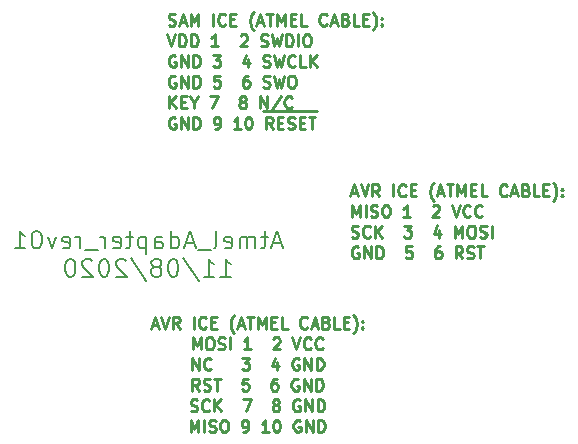
<source format=gbo>
G04 #@! TF.GenerationSoftware,KiCad,Pcbnew,5.1.5-52549c5~86~ubuntu18.04.1*
G04 #@! TF.CreationDate,2020-12-07T21:37:36-08:00*
G04 #@! TF.ProjectId,Atmel_Adapter_rev01,41746d65-6c5f-4416-9461-707465725f72,rev?*
G04 #@! TF.SameCoordinates,Original*
G04 #@! TF.FileFunction,Legend,Bot*
G04 #@! TF.FilePolarity,Positive*
%FSLAX46Y46*%
G04 Gerber Fmt 4.6, Leading zero omitted, Abs format (unit mm)*
G04 Created by KiCad (PCBNEW 5.1.5-52549c5~86~ubuntu18.04.1) date 2020-12-07 21:37:36*
%MOMM*%
%LPD*%
G04 APERTURE LIST*
%ADD10C,0.250000*%
%ADD11C,0.150000*%
G04 APERTURE END LIST*
D10*
X136242976Y-75773666D02*
X136719166Y-75773666D01*
X136147738Y-76059380D02*
X136481071Y-75059380D01*
X136814404Y-76059380D01*
X137004880Y-75059380D02*
X137338214Y-76059380D01*
X137671547Y-75059380D01*
X138576309Y-76059380D02*
X138242976Y-75583190D01*
X138004880Y-76059380D02*
X138004880Y-75059380D01*
X138385833Y-75059380D01*
X138481071Y-75107000D01*
X138528690Y-75154619D01*
X138576309Y-75249857D01*
X138576309Y-75392714D01*
X138528690Y-75487952D01*
X138481071Y-75535571D01*
X138385833Y-75583190D01*
X138004880Y-75583190D01*
X139766785Y-76059380D02*
X139766785Y-75059380D01*
X140814404Y-75964142D02*
X140766785Y-76011761D01*
X140623928Y-76059380D01*
X140528690Y-76059380D01*
X140385833Y-76011761D01*
X140290595Y-75916523D01*
X140242976Y-75821285D01*
X140195357Y-75630809D01*
X140195357Y-75487952D01*
X140242976Y-75297476D01*
X140290595Y-75202238D01*
X140385833Y-75107000D01*
X140528690Y-75059380D01*
X140623928Y-75059380D01*
X140766785Y-75107000D01*
X140814404Y-75154619D01*
X141242976Y-75535571D02*
X141576309Y-75535571D01*
X141719166Y-76059380D02*
X141242976Y-76059380D01*
X141242976Y-75059380D01*
X141719166Y-75059380D01*
X143195357Y-76440333D02*
X143147738Y-76392714D01*
X143052500Y-76249857D01*
X143004880Y-76154619D01*
X142957261Y-76011761D01*
X142909642Y-75773666D01*
X142909642Y-75583190D01*
X142957261Y-75345095D01*
X143004880Y-75202238D01*
X143052500Y-75107000D01*
X143147738Y-74964142D01*
X143195357Y-74916523D01*
X143528690Y-75773666D02*
X144004880Y-75773666D01*
X143433452Y-76059380D02*
X143766785Y-75059380D01*
X144100119Y-76059380D01*
X144290595Y-75059380D02*
X144862023Y-75059380D01*
X144576309Y-76059380D02*
X144576309Y-75059380D01*
X145195357Y-76059380D02*
X145195357Y-75059380D01*
X145528690Y-75773666D01*
X145862023Y-75059380D01*
X145862023Y-76059380D01*
X146338214Y-75535571D02*
X146671547Y-75535571D01*
X146814404Y-76059380D02*
X146338214Y-76059380D01*
X146338214Y-75059380D01*
X146814404Y-75059380D01*
X147719166Y-76059380D02*
X147242976Y-76059380D01*
X147242976Y-75059380D01*
X149385833Y-75964142D02*
X149338214Y-76011761D01*
X149195357Y-76059380D01*
X149100119Y-76059380D01*
X148957261Y-76011761D01*
X148862023Y-75916523D01*
X148814404Y-75821285D01*
X148766785Y-75630809D01*
X148766785Y-75487952D01*
X148814404Y-75297476D01*
X148862023Y-75202238D01*
X148957261Y-75107000D01*
X149100119Y-75059380D01*
X149195357Y-75059380D01*
X149338214Y-75107000D01*
X149385833Y-75154619D01*
X149766785Y-75773666D02*
X150242976Y-75773666D01*
X149671547Y-76059380D02*
X150004880Y-75059380D01*
X150338214Y-76059380D01*
X151004880Y-75535571D02*
X151147738Y-75583190D01*
X151195357Y-75630809D01*
X151242976Y-75726047D01*
X151242976Y-75868904D01*
X151195357Y-75964142D01*
X151147738Y-76011761D01*
X151052500Y-76059380D01*
X150671547Y-76059380D01*
X150671547Y-75059380D01*
X151004880Y-75059380D01*
X151100119Y-75107000D01*
X151147738Y-75154619D01*
X151195357Y-75249857D01*
X151195357Y-75345095D01*
X151147738Y-75440333D01*
X151100119Y-75487952D01*
X151004880Y-75535571D01*
X150671547Y-75535571D01*
X152147738Y-76059380D02*
X151671547Y-76059380D01*
X151671547Y-75059380D01*
X152481071Y-75535571D02*
X152814404Y-75535571D01*
X152957261Y-76059380D02*
X152481071Y-76059380D01*
X152481071Y-75059380D01*
X152957261Y-75059380D01*
X153290595Y-76440333D02*
X153338214Y-76392714D01*
X153433452Y-76249857D01*
X153481071Y-76154619D01*
X153528690Y-76011761D01*
X153576309Y-75773666D01*
X153576309Y-75583190D01*
X153528690Y-75345095D01*
X153481071Y-75202238D01*
X153433452Y-75107000D01*
X153338214Y-74964142D01*
X153290595Y-74916523D01*
X154052500Y-75964142D02*
X154100119Y-76011761D01*
X154052500Y-76059380D01*
X154004880Y-76011761D01*
X154052500Y-75964142D01*
X154052500Y-76059380D01*
X154052500Y-75440333D02*
X154100119Y-75487952D01*
X154052500Y-75535571D01*
X154004880Y-75487952D01*
X154052500Y-75440333D01*
X154052500Y-75535571D01*
X136290595Y-77809380D02*
X136290595Y-76809380D01*
X136623928Y-77523666D01*
X136957261Y-76809380D01*
X136957261Y-77809380D01*
X137433452Y-77809380D02*
X137433452Y-76809380D01*
X137862023Y-77761761D02*
X138004880Y-77809380D01*
X138242976Y-77809380D01*
X138338214Y-77761761D01*
X138385833Y-77714142D01*
X138433452Y-77618904D01*
X138433452Y-77523666D01*
X138385833Y-77428428D01*
X138338214Y-77380809D01*
X138242976Y-77333190D01*
X138052500Y-77285571D01*
X137957261Y-77237952D01*
X137909642Y-77190333D01*
X137862023Y-77095095D01*
X137862023Y-76999857D01*
X137909642Y-76904619D01*
X137957261Y-76857000D01*
X138052500Y-76809380D01*
X138290595Y-76809380D01*
X138433452Y-76857000D01*
X139052500Y-76809380D02*
X139242976Y-76809380D01*
X139338214Y-76857000D01*
X139433452Y-76952238D01*
X139481071Y-77142714D01*
X139481071Y-77476047D01*
X139433452Y-77666523D01*
X139338214Y-77761761D01*
X139242976Y-77809380D01*
X139052500Y-77809380D01*
X138957261Y-77761761D01*
X138862023Y-77666523D01*
X138814404Y-77476047D01*
X138814404Y-77142714D01*
X138862023Y-76952238D01*
X138957261Y-76857000D01*
X139052500Y-76809380D01*
X141195357Y-77809380D02*
X140623928Y-77809380D01*
X140909642Y-77809380D02*
X140909642Y-76809380D01*
X140814404Y-76952238D01*
X140719166Y-77047476D01*
X140623928Y-77095095D01*
X143100119Y-76904619D02*
X143147738Y-76857000D01*
X143242976Y-76809380D01*
X143481071Y-76809380D01*
X143576309Y-76857000D01*
X143623928Y-76904619D01*
X143671547Y-76999857D01*
X143671547Y-77095095D01*
X143623928Y-77237952D01*
X143052500Y-77809380D01*
X143671547Y-77809380D01*
X144719166Y-76809380D02*
X145052500Y-77809380D01*
X145385833Y-76809380D01*
X146290595Y-77714142D02*
X146242976Y-77761761D01*
X146100119Y-77809380D01*
X146004880Y-77809380D01*
X145862023Y-77761761D01*
X145766785Y-77666523D01*
X145719166Y-77571285D01*
X145671547Y-77380809D01*
X145671547Y-77237952D01*
X145719166Y-77047476D01*
X145766785Y-76952238D01*
X145862023Y-76857000D01*
X146004880Y-76809380D01*
X146100119Y-76809380D01*
X146242976Y-76857000D01*
X146290595Y-76904619D01*
X147290595Y-77714142D02*
X147242976Y-77761761D01*
X147100119Y-77809380D01*
X147004880Y-77809380D01*
X146862023Y-77761761D01*
X146766785Y-77666523D01*
X146719166Y-77571285D01*
X146671547Y-77380809D01*
X146671547Y-77237952D01*
X146719166Y-77047476D01*
X146766785Y-76952238D01*
X146862023Y-76857000D01*
X147004880Y-76809380D01*
X147100119Y-76809380D01*
X147242976Y-76857000D01*
X147290595Y-76904619D01*
X136242976Y-79511761D02*
X136385833Y-79559380D01*
X136623928Y-79559380D01*
X136719166Y-79511761D01*
X136766785Y-79464142D01*
X136814404Y-79368904D01*
X136814404Y-79273666D01*
X136766785Y-79178428D01*
X136719166Y-79130809D01*
X136623928Y-79083190D01*
X136433452Y-79035571D01*
X136338214Y-78987952D01*
X136290595Y-78940333D01*
X136242976Y-78845095D01*
X136242976Y-78749857D01*
X136290595Y-78654619D01*
X136338214Y-78607000D01*
X136433452Y-78559380D01*
X136671547Y-78559380D01*
X136814404Y-78607000D01*
X137814404Y-79464142D02*
X137766785Y-79511761D01*
X137623928Y-79559380D01*
X137528690Y-79559380D01*
X137385833Y-79511761D01*
X137290595Y-79416523D01*
X137242976Y-79321285D01*
X137195357Y-79130809D01*
X137195357Y-78987952D01*
X137242976Y-78797476D01*
X137290595Y-78702238D01*
X137385833Y-78607000D01*
X137528690Y-78559380D01*
X137623928Y-78559380D01*
X137766785Y-78607000D01*
X137814404Y-78654619D01*
X138242976Y-79559380D02*
X138242976Y-78559380D01*
X138814404Y-79559380D02*
X138385833Y-78987952D01*
X138814404Y-78559380D02*
X138242976Y-79130809D01*
X140671547Y-78559380D02*
X141290595Y-78559380D01*
X140957261Y-78940333D01*
X141100119Y-78940333D01*
X141195357Y-78987952D01*
X141242976Y-79035571D01*
X141290595Y-79130809D01*
X141290595Y-79368904D01*
X141242976Y-79464142D01*
X141195357Y-79511761D01*
X141100119Y-79559380D01*
X140814404Y-79559380D01*
X140719166Y-79511761D01*
X140671547Y-79464142D01*
X143671547Y-78892714D02*
X143671547Y-79559380D01*
X143433452Y-78511761D02*
X143195357Y-79226047D01*
X143814404Y-79226047D01*
X144957261Y-79559380D02*
X144957261Y-78559380D01*
X145290595Y-79273666D01*
X145623928Y-78559380D01*
X145623928Y-79559380D01*
X146290595Y-78559380D02*
X146481071Y-78559380D01*
X146576309Y-78607000D01*
X146671547Y-78702238D01*
X146719166Y-78892714D01*
X146719166Y-79226047D01*
X146671547Y-79416523D01*
X146576309Y-79511761D01*
X146481071Y-79559380D01*
X146290595Y-79559380D01*
X146195357Y-79511761D01*
X146100119Y-79416523D01*
X146052500Y-79226047D01*
X146052500Y-78892714D01*
X146100119Y-78702238D01*
X146195357Y-78607000D01*
X146290595Y-78559380D01*
X147100119Y-79511761D02*
X147242976Y-79559380D01*
X147481071Y-79559380D01*
X147576309Y-79511761D01*
X147623928Y-79464142D01*
X147671547Y-79368904D01*
X147671547Y-79273666D01*
X147623928Y-79178428D01*
X147576309Y-79130809D01*
X147481071Y-79083190D01*
X147290595Y-79035571D01*
X147195357Y-78987952D01*
X147147738Y-78940333D01*
X147100119Y-78845095D01*
X147100119Y-78749857D01*
X147147738Y-78654619D01*
X147195357Y-78607000D01*
X147290595Y-78559380D01*
X147528690Y-78559380D01*
X147671547Y-78607000D01*
X148100119Y-79559380D02*
X148100119Y-78559380D01*
X136814404Y-80357000D02*
X136719166Y-80309380D01*
X136576309Y-80309380D01*
X136433452Y-80357000D01*
X136338214Y-80452238D01*
X136290595Y-80547476D01*
X136242976Y-80737952D01*
X136242976Y-80880809D01*
X136290595Y-81071285D01*
X136338214Y-81166523D01*
X136433452Y-81261761D01*
X136576309Y-81309380D01*
X136671547Y-81309380D01*
X136814404Y-81261761D01*
X136862023Y-81214142D01*
X136862023Y-80880809D01*
X136671547Y-80880809D01*
X137290595Y-81309380D02*
X137290595Y-80309380D01*
X137862023Y-81309380D01*
X137862023Y-80309380D01*
X138338214Y-81309380D02*
X138338214Y-80309380D01*
X138576309Y-80309380D01*
X138719166Y-80357000D01*
X138814404Y-80452238D01*
X138862023Y-80547476D01*
X138909642Y-80737952D01*
X138909642Y-80880809D01*
X138862023Y-81071285D01*
X138814404Y-81166523D01*
X138719166Y-81261761D01*
X138576309Y-81309380D01*
X138338214Y-81309380D01*
X141338214Y-80309380D02*
X140862023Y-80309380D01*
X140814404Y-80785571D01*
X140862023Y-80737952D01*
X140957261Y-80690333D01*
X141195357Y-80690333D01*
X141290595Y-80737952D01*
X141338214Y-80785571D01*
X141385833Y-80880809D01*
X141385833Y-81118904D01*
X141338214Y-81214142D01*
X141290595Y-81261761D01*
X141195357Y-81309380D01*
X140957261Y-81309380D01*
X140862023Y-81261761D01*
X140814404Y-81214142D01*
X143766785Y-80309380D02*
X143576309Y-80309380D01*
X143481071Y-80357000D01*
X143433452Y-80404619D01*
X143338214Y-80547476D01*
X143290595Y-80737952D01*
X143290595Y-81118904D01*
X143338214Y-81214142D01*
X143385833Y-81261761D01*
X143481071Y-81309380D01*
X143671547Y-81309380D01*
X143766785Y-81261761D01*
X143814404Y-81214142D01*
X143862023Y-81118904D01*
X143862023Y-80880809D01*
X143814404Y-80785571D01*
X143766785Y-80737952D01*
X143671547Y-80690333D01*
X143481071Y-80690333D01*
X143385833Y-80737952D01*
X143338214Y-80785571D01*
X143290595Y-80880809D01*
X145623928Y-81309380D02*
X145290595Y-80833190D01*
X145052500Y-81309380D02*
X145052500Y-80309380D01*
X145433452Y-80309380D01*
X145528690Y-80357000D01*
X145576309Y-80404619D01*
X145623928Y-80499857D01*
X145623928Y-80642714D01*
X145576309Y-80737952D01*
X145528690Y-80785571D01*
X145433452Y-80833190D01*
X145052500Y-80833190D01*
X146004880Y-81261761D02*
X146147738Y-81309380D01*
X146385833Y-81309380D01*
X146481071Y-81261761D01*
X146528690Y-81214142D01*
X146576309Y-81118904D01*
X146576309Y-81023666D01*
X146528690Y-80928428D01*
X146481071Y-80880809D01*
X146385833Y-80833190D01*
X146195357Y-80785571D01*
X146100119Y-80737952D01*
X146052500Y-80690333D01*
X146004880Y-80595095D01*
X146004880Y-80499857D01*
X146052500Y-80404619D01*
X146100119Y-80357000D01*
X146195357Y-80309380D01*
X146433452Y-80309380D01*
X146576309Y-80357000D01*
X146862023Y-80309380D02*
X147433452Y-80309380D01*
X147147738Y-81309380D02*
X147147738Y-80309380D01*
X119341428Y-86977666D02*
X119817619Y-86977666D01*
X119246190Y-87263380D02*
X119579523Y-86263380D01*
X119912857Y-87263380D01*
X120103333Y-86263380D02*
X120436666Y-87263380D01*
X120769999Y-86263380D01*
X121674761Y-87263380D02*
X121341428Y-86787190D01*
X121103333Y-87263380D02*
X121103333Y-86263380D01*
X121484285Y-86263380D01*
X121579523Y-86311000D01*
X121627142Y-86358619D01*
X121674761Y-86453857D01*
X121674761Y-86596714D01*
X121627142Y-86691952D01*
X121579523Y-86739571D01*
X121484285Y-86787190D01*
X121103333Y-86787190D01*
X122865238Y-87263380D02*
X122865238Y-86263380D01*
X123912857Y-87168142D02*
X123865238Y-87215761D01*
X123722380Y-87263380D01*
X123627142Y-87263380D01*
X123484285Y-87215761D01*
X123389047Y-87120523D01*
X123341428Y-87025285D01*
X123293809Y-86834809D01*
X123293809Y-86691952D01*
X123341428Y-86501476D01*
X123389047Y-86406238D01*
X123484285Y-86311000D01*
X123627142Y-86263380D01*
X123722380Y-86263380D01*
X123865238Y-86311000D01*
X123912857Y-86358619D01*
X124341428Y-86739571D02*
X124674761Y-86739571D01*
X124817619Y-87263380D02*
X124341428Y-87263380D01*
X124341428Y-86263380D01*
X124817619Y-86263380D01*
X126293809Y-87644333D02*
X126246190Y-87596714D01*
X126150952Y-87453857D01*
X126103333Y-87358619D01*
X126055714Y-87215761D01*
X126008095Y-86977666D01*
X126008095Y-86787190D01*
X126055714Y-86549095D01*
X126103333Y-86406238D01*
X126150952Y-86311000D01*
X126246190Y-86168142D01*
X126293809Y-86120523D01*
X126627142Y-86977666D02*
X127103333Y-86977666D01*
X126531904Y-87263380D02*
X126865238Y-86263380D01*
X127198571Y-87263380D01*
X127389047Y-86263380D02*
X127960476Y-86263380D01*
X127674761Y-87263380D02*
X127674761Y-86263380D01*
X128293809Y-87263380D02*
X128293809Y-86263380D01*
X128627142Y-86977666D01*
X128960476Y-86263380D01*
X128960476Y-87263380D01*
X129436666Y-86739571D02*
X129770000Y-86739571D01*
X129912857Y-87263380D02*
X129436666Y-87263380D01*
X129436666Y-86263380D01*
X129912857Y-86263380D01*
X130817619Y-87263380D02*
X130341428Y-87263380D01*
X130341428Y-86263380D01*
X132484285Y-87168142D02*
X132436666Y-87215761D01*
X132293809Y-87263380D01*
X132198571Y-87263380D01*
X132055714Y-87215761D01*
X131960476Y-87120523D01*
X131912857Y-87025285D01*
X131865238Y-86834809D01*
X131865238Y-86691952D01*
X131912857Y-86501476D01*
X131960476Y-86406238D01*
X132055714Y-86311000D01*
X132198571Y-86263380D01*
X132293809Y-86263380D01*
X132436666Y-86311000D01*
X132484285Y-86358619D01*
X132865238Y-86977666D02*
X133341428Y-86977666D01*
X132770000Y-87263380D02*
X133103333Y-86263380D01*
X133436666Y-87263380D01*
X134103333Y-86739571D02*
X134246190Y-86787190D01*
X134293809Y-86834809D01*
X134341428Y-86930047D01*
X134341428Y-87072904D01*
X134293809Y-87168142D01*
X134246190Y-87215761D01*
X134150952Y-87263380D01*
X133770000Y-87263380D01*
X133770000Y-86263380D01*
X134103333Y-86263380D01*
X134198571Y-86311000D01*
X134246190Y-86358619D01*
X134293809Y-86453857D01*
X134293809Y-86549095D01*
X134246190Y-86644333D01*
X134198571Y-86691952D01*
X134103333Y-86739571D01*
X133770000Y-86739571D01*
X135246190Y-87263380D02*
X134770000Y-87263380D01*
X134770000Y-86263380D01*
X135579523Y-86739571D02*
X135912857Y-86739571D01*
X136055714Y-87263380D02*
X135579523Y-87263380D01*
X135579523Y-86263380D01*
X136055714Y-86263380D01*
X136389047Y-87644333D02*
X136436666Y-87596714D01*
X136531904Y-87453857D01*
X136579523Y-87358619D01*
X136627142Y-87215761D01*
X136674761Y-86977666D01*
X136674761Y-86787190D01*
X136627142Y-86549095D01*
X136579523Y-86406238D01*
X136531904Y-86311000D01*
X136436666Y-86168142D01*
X136389047Y-86120523D01*
X137150952Y-87168142D02*
X137198571Y-87215761D01*
X137150952Y-87263380D01*
X137103333Y-87215761D01*
X137150952Y-87168142D01*
X137150952Y-87263380D01*
X137150952Y-86644333D02*
X137198571Y-86691952D01*
X137150952Y-86739571D01*
X137103333Y-86691952D01*
X137150952Y-86644333D01*
X137150952Y-86739571D01*
X122793809Y-89013380D02*
X122793809Y-88013380D01*
X123127142Y-88727666D01*
X123460476Y-88013380D01*
X123460476Y-89013380D01*
X124127142Y-88013380D02*
X124317619Y-88013380D01*
X124412857Y-88061000D01*
X124508095Y-88156238D01*
X124555714Y-88346714D01*
X124555714Y-88680047D01*
X124508095Y-88870523D01*
X124412857Y-88965761D01*
X124317619Y-89013380D01*
X124127142Y-89013380D01*
X124031904Y-88965761D01*
X123936666Y-88870523D01*
X123889047Y-88680047D01*
X123889047Y-88346714D01*
X123936666Y-88156238D01*
X124031904Y-88061000D01*
X124127142Y-88013380D01*
X124936666Y-88965761D02*
X125079523Y-89013380D01*
X125317619Y-89013380D01*
X125412857Y-88965761D01*
X125460476Y-88918142D01*
X125508095Y-88822904D01*
X125508095Y-88727666D01*
X125460476Y-88632428D01*
X125412857Y-88584809D01*
X125317619Y-88537190D01*
X125127142Y-88489571D01*
X125031904Y-88441952D01*
X124984285Y-88394333D01*
X124936666Y-88299095D01*
X124936666Y-88203857D01*
X124984285Y-88108619D01*
X125031904Y-88061000D01*
X125127142Y-88013380D01*
X125365238Y-88013380D01*
X125508095Y-88061000D01*
X125936666Y-89013380D02*
X125936666Y-88013380D01*
X127698571Y-89013380D02*
X127127142Y-89013380D01*
X127412857Y-89013380D02*
X127412857Y-88013380D01*
X127317619Y-88156238D01*
X127222380Y-88251476D01*
X127127142Y-88299095D01*
X129603333Y-88108619D02*
X129650952Y-88061000D01*
X129746190Y-88013380D01*
X129984285Y-88013380D01*
X130079523Y-88061000D01*
X130127142Y-88108619D01*
X130174761Y-88203857D01*
X130174761Y-88299095D01*
X130127142Y-88441952D01*
X129555714Y-89013380D01*
X130174761Y-89013380D01*
X131222380Y-88013380D02*
X131555714Y-89013380D01*
X131889047Y-88013380D01*
X132793809Y-88918142D02*
X132746190Y-88965761D01*
X132603333Y-89013380D01*
X132508095Y-89013380D01*
X132365238Y-88965761D01*
X132270000Y-88870523D01*
X132222380Y-88775285D01*
X132174761Y-88584809D01*
X132174761Y-88441952D01*
X132222380Y-88251476D01*
X132270000Y-88156238D01*
X132365238Y-88061000D01*
X132508095Y-88013380D01*
X132603333Y-88013380D01*
X132746190Y-88061000D01*
X132793809Y-88108619D01*
X133793809Y-88918142D02*
X133746190Y-88965761D01*
X133603333Y-89013380D01*
X133508095Y-89013380D01*
X133365238Y-88965761D01*
X133270000Y-88870523D01*
X133222380Y-88775285D01*
X133174761Y-88584809D01*
X133174761Y-88441952D01*
X133222380Y-88251476D01*
X133270000Y-88156238D01*
X133365238Y-88061000D01*
X133508095Y-88013380D01*
X133603333Y-88013380D01*
X133746190Y-88061000D01*
X133793809Y-88108619D01*
X122722380Y-90763380D02*
X122722380Y-89763380D01*
X123293809Y-90763380D01*
X123293809Y-89763380D01*
X124341428Y-90668142D02*
X124293809Y-90715761D01*
X124150952Y-90763380D01*
X124055714Y-90763380D01*
X123912857Y-90715761D01*
X123817619Y-90620523D01*
X123770000Y-90525285D01*
X123722380Y-90334809D01*
X123722380Y-90191952D01*
X123770000Y-90001476D01*
X123817619Y-89906238D01*
X123912857Y-89811000D01*
X124055714Y-89763380D01*
X124150952Y-89763380D01*
X124293809Y-89811000D01*
X124341428Y-89858619D01*
X126960476Y-89763380D02*
X127579523Y-89763380D01*
X127246190Y-90144333D01*
X127389047Y-90144333D01*
X127484285Y-90191952D01*
X127531904Y-90239571D01*
X127579523Y-90334809D01*
X127579523Y-90572904D01*
X127531904Y-90668142D01*
X127484285Y-90715761D01*
X127389047Y-90763380D01*
X127103333Y-90763380D01*
X127008095Y-90715761D01*
X126960476Y-90668142D01*
X129960476Y-90096714D02*
X129960476Y-90763380D01*
X129722380Y-89715761D02*
X129484285Y-90430047D01*
X130103333Y-90430047D01*
X131770000Y-89811000D02*
X131674761Y-89763380D01*
X131531904Y-89763380D01*
X131389047Y-89811000D01*
X131293809Y-89906238D01*
X131246190Y-90001476D01*
X131198571Y-90191952D01*
X131198571Y-90334809D01*
X131246190Y-90525285D01*
X131293809Y-90620523D01*
X131389047Y-90715761D01*
X131531904Y-90763380D01*
X131627142Y-90763380D01*
X131770000Y-90715761D01*
X131817619Y-90668142D01*
X131817619Y-90334809D01*
X131627142Y-90334809D01*
X132246190Y-90763380D02*
X132246190Y-89763380D01*
X132817619Y-90763380D01*
X132817619Y-89763380D01*
X133293809Y-90763380D02*
X133293809Y-89763380D01*
X133531904Y-89763380D01*
X133674761Y-89811000D01*
X133770000Y-89906238D01*
X133817619Y-90001476D01*
X133865238Y-90191952D01*
X133865238Y-90334809D01*
X133817619Y-90525285D01*
X133770000Y-90620523D01*
X133674761Y-90715761D01*
X133531904Y-90763380D01*
X133293809Y-90763380D01*
X123341428Y-92513380D02*
X123008095Y-92037190D01*
X122770000Y-92513380D02*
X122770000Y-91513380D01*
X123150952Y-91513380D01*
X123246190Y-91561000D01*
X123293809Y-91608619D01*
X123341428Y-91703857D01*
X123341428Y-91846714D01*
X123293809Y-91941952D01*
X123246190Y-91989571D01*
X123150952Y-92037190D01*
X122770000Y-92037190D01*
X123722380Y-92465761D02*
X123865238Y-92513380D01*
X124103333Y-92513380D01*
X124198571Y-92465761D01*
X124246190Y-92418142D01*
X124293809Y-92322904D01*
X124293809Y-92227666D01*
X124246190Y-92132428D01*
X124198571Y-92084809D01*
X124103333Y-92037190D01*
X123912857Y-91989571D01*
X123817619Y-91941952D01*
X123770000Y-91894333D01*
X123722380Y-91799095D01*
X123722380Y-91703857D01*
X123770000Y-91608619D01*
X123817619Y-91561000D01*
X123912857Y-91513380D01*
X124150952Y-91513380D01*
X124293809Y-91561000D01*
X124579523Y-91513380D02*
X125150952Y-91513380D01*
X124865238Y-92513380D02*
X124865238Y-91513380D01*
X127484285Y-91513380D02*
X127008095Y-91513380D01*
X126960476Y-91989571D01*
X127008095Y-91941952D01*
X127103333Y-91894333D01*
X127341428Y-91894333D01*
X127436666Y-91941952D01*
X127484285Y-91989571D01*
X127531904Y-92084809D01*
X127531904Y-92322904D01*
X127484285Y-92418142D01*
X127436666Y-92465761D01*
X127341428Y-92513380D01*
X127103333Y-92513380D01*
X127008095Y-92465761D01*
X126960476Y-92418142D01*
X129912857Y-91513380D02*
X129722380Y-91513380D01*
X129627142Y-91561000D01*
X129579523Y-91608619D01*
X129484285Y-91751476D01*
X129436666Y-91941952D01*
X129436666Y-92322904D01*
X129484285Y-92418142D01*
X129531904Y-92465761D01*
X129627142Y-92513380D01*
X129817619Y-92513380D01*
X129912857Y-92465761D01*
X129960476Y-92418142D01*
X130008095Y-92322904D01*
X130008095Y-92084809D01*
X129960476Y-91989571D01*
X129912857Y-91941952D01*
X129817619Y-91894333D01*
X129627142Y-91894333D01*
X129531904Y-91941952D01*
X129484285Y-91989571D01*
X129436666Y-92084809D01*
X131722380Y-91561000D02*
X131627142Y-91513380D01*
X131484285Y-91513380D01*
X131341428Y-91561000D01*
X131246190Y-91656238D01*
X131198571Y-91751476D01*
X131150952Y-91941952D01*
X131150952Y-92084809D01*
X131198571Y-92275285D01*
X131246190Y-92370523D01*
X131341428Y-92465761D01*
X131484285Y-92513380D01*
X131579523Y-92513380D01*
X131722380Y-92465761D01*
X131770000Y-92418142D01*
X131770000Y-92084809D01*
X131579523Y-92084809D01*
X132198571Y-92513380D02*
X132198571Y-91513380D01*
X132770000Y-92513380D01*
X132770000Y-91513380D01*
X133246190Y-92513380D02*
X133246190Y-91513380D01*
X133484285Y-91513380D01*
X133627142Y-91561000D01*
X133722380Y-91656238D01*
X133770000Y-91751476D01*
X133817619Y-91941952D01*
X133817619Y-92084809D01*
X133770000Y-92275285D01*
X133722380Y-92370523D01*
X133627142Y-92465761D01*
X133484285Y-92513380D01*
X133246190Y-92513380D01*
X122603333Y-94215761D02*
X122746190Y-94263380D01*
X122984285Y-94263380D01*
X123079523Y-94215761D01*
X123127142Y-94168142D01*
X123174761Y-94072904D01*
X123174761Y-93977666D01*
X123127142Y-93882428D01*
X123079523Y-93834809D01*
X122984285Y-93787190D01*
X122793809Y-93739571D01*
X122698571Y-93691952D01*
X122650952Y-93644333D01*
X122603333Y-93549095D01*
X122603333Y-93453857D01*
X122650952Y-93358619D01*
X122698571Y-93311000D01*
X122793809Y-93263380D01*
X123031904Y-93263380D01*
X123174761Y-93311000D01*
X124174761Y-94168142D02*
X124127142Y-94215761D01*
X123984285Y-94263380D01*
X123889047Y-94263380D01*
X123746190Y-94215761D01*
X123650952Y-94120523D01*
X123603333Y-94025285D01*
X123555714Y-93834809D01*
X123555714Y-93691952D01*
X123603333Y-93501476D01*
X123650952Y-93406238D01*
X123746190Y-93311000D01*
X123889047Y-93263380D01*
X123984285Y-93263380D01*
X124127142Y-93311000D01*
X124174761Y-93358619D01*
X124603333Y-94263380D02*
X124603333Y-93263380D01*
X125174761Y-94263380D02*
X124746190Y-93691952D01*
X125174761Y-93263380D02*
X124603333Y-93834809D01*
X127031904Y-93263380D02*
X127698571Y-93263380D01*
X127270000Y-94263380D01*
X129746190Y-93691952D02*
X129650952Y-93644333D01*
X129603333Y-93596714D01*
X129555714Y-93501476D01*
X129555714Y-93453857D01*
X129603333Y-93358619D01*
X129650952Y-93311000D01*
X129746190Y-93263380D01*
X129936666Y-93263380D01*
X130031904Y-93311000D01*
X130079523Y-93358619D01*
X130127142Y-93453857D01*
X130127142Y-93501476D01*
X130079523Y-93596714D01*
X130031904Y-93644333D01*
X129936666Y-93691952D01*
X129746190Y-93691952D01*
X129650952Y-93739571D01*
X129603333Y-93787190D01*
X129555714Y-93882428D01*
X129555714Y-94072904D01*
X129603333Y-94168142D01*
X129650952Y-94215761D01*
X129746190Y-94263380D01*
X129936666Y-94263380D01*
X130031904Y-94215761D01*
X130079523Y-94168142D01*
X130127142Y-94072904D01*
X130127142Y-93882428D01*
X130079523Y-93787190D01*
X130031904Y-93739571D01*
X129936666Y-93691952D01*
X131841428Y-93311000D02*
X131746190Y-93263380D01*
X131603333Y-93263380D01*
X131460476Y-93311000D01*
X131365238Y-93406238D01*
X131317619Y-93501476D01*
X131270000Y-93691952D01*
X131270000Y-93834809D01*
X131317619Y-94025285D01*
X131365238Y-94120523D01*
X131460476Y-94215761D01*
X131603333Y-94263380D01*
X131698571Y-94263380D01*
X131841428Y-94215761D01*
X131889047Y-94168142D01*
X131889047Y-93834809D01*
X131698571Y-93834809D01*
X132317619Y-94263380D02*
X132317619Y-93263380D01*
X132889047Y-94263380D01*
X132889047Y-93263380D01*
X133365238Y-94263380D02*
X133365238Y-93263380D01*
X133603333Y-93263380D01*
X133746190Y-93311000D01*
X133841428Y-93406238D01*
X133889047Y-93501476D01*
X133936666Y-93691952D01*
X133936666Y-93834809D01*
X133889047Y-94025285D01*
X133841428Y-94120523D01*
X133746190Y-94215761D01*
X133603333Y-94263380D01*
X133365238Y-94263380D01*
X122603333Y-96013380D02*
X122603333Y-95013380D01*
X122936666Y-95727666D01*
X123270000Y-95013380D01*
X123270000Y-96013380D01*
X123746190Y-96013380D02*
X123746190Y-95013380D01*
X124174761Y-95965761D02*
X124317619Y-96013380D01*
X124555714Y-96013380D01*
X124650952Y-95965761D01*
X124698571Y-95918142D01*
X124746190Y-95822904D01*
X124746190Y-95727666D01*
X124698571Y-95632428D01*
X124650952Y-95584809D01*
X124555714Y-95537190D01*
X124365238Y-95489571D01*
X124270000Y-95441952D01*
X124222380Y-95394333D01*
X124174761Y-95299095D01*
X124174761Y-95203857D01*
X124222380Y-95108619D01*
X124270000Y-95061000D01*
X124365238Y-95013380D01*
X124603333Y-95013380D01*
X124746190Y-95061000D01*
X125365238Y-95013380D02*
X125555714Y-95013380D01*
X125650952Y-95061000D01*
X125746190Y-95156238D01*
X125793809Y-95346714D01*
X125793809Y-95680047D01*
X125746190Y-95870523D01*
X125650952Y-95965761D01*
X125555714Y-96013380D01*
X125365238Y-96013380D01*
X125270000Y-95965761D01*
X125174761Y-95870523D01*
X125127142Y-95680047D01*
X125127142Y-95346714D01*
X125174761Y-95156238D01*
X125270000Y-95061000D01*
X125365238Y-95013380D01*
X127031904Y-96013380D02*
X127222380Y-96013380D01*
X127317619Y-95965761D01*
X127365238Y-95918142D01*
X127460476Y-95775285D01*
X127508095Y-95584809D01*
X127508095Y-95203857D01*
X127460476Y-95108619D01*
X127412857Y-95061000D01*
X127317619Y-95013380D01*
X127127142Y-95013380D01*
X127031904Y-95061000D01*
X126984285Y-95108619D01*
X126936666Y-95203857D01*
X126936666Y-95441952D01*
X126984285Y-95537190D01*
X127031904Y-95584809D01*
X127127142Y-95632428D01*
X127317619Y-95632428D01*
X127412857Y-95584809D01*
X127460476Y-95537190D01*
X127508095Y-95441952D01*
X129222380Y-96013380D02*
X128650952Y-96013380D01*
X128936666Y-96013380D02*
X128936666Y-95013380D01*
X128841428Y-95156238D01*
X128746190Y-95251476D01*
X128650952Y-95299095D01*
X129841428Y-95013380D02*
X129936666Y-95013380D01*
X130031904Y-95061000D01*
X130079523Y-95108619D01*
X130127142Y-95203857D01*
X130174761Y-95394333D01*
X130174761Y-95632428D01*
X130127142Y-95822904D01*
X130079523Y-95918142D01*
X130031904Y-95965761D01*
X129936666Y-96013380D01*
X129841428Y-96013380D01*
X129746190Y-95965761D01*
X129698571Y-95918142D01*
X129650952Y-95822904D01*
X129603333Y-95632428D01*
X129603333Y-95394333D01*
X129650952Y-95203857D01*
X129698571Y-95108619D01*
X129746190Y-95061000D01*
X129841428Y-95013380D01*
X131889047Y-95061000D02*
X131793809Y-95013380D01*
X131650952Y-95013380D01*
X131508095Y-95061000D01*
X131412857Y-95156238D01*
X131365238Y-95251476D01*
X131317619Y-95441952D01*
X131317619Y-95584809D01*
X131365238Y-95775285D01*
X131412857Y-95870523D01*
X131508095Y-95965761D01*
X131650952Y-96013380D01*
X131746190Y-96013380D01*
X131889047Y-95965761D01*
X131936666Y-95918142D01*
X131936666Y-95584809D01*
X131746190Y-95584809D01*
X132365238Y-96013380D02*
X132365238Y-95013380D01*
X132936666Y-96013380D01*
X132936666Y-95013380D01*
X133412857Y-96013380D02*
X133412857Y-95013380D01*
X133650952Y-95013380D01*
X133793809Y-95061000D01*
X133889047Y-95156238D01*
X133936666Y-95251476D01*
X133984285Y-95441952D01*
X133984285Y-95584809D01*
X133936666Y-95775285D01*
X133889047Y-95870523D01*
X133793809Y-95965761D01*
X133650952Y-96013380D01*
X133412857Y-96013380D01*
X120748976Y-61561761D02*
X120891833Y-61609380D01*
X121129928Y-61609380D01*
X121225166Y-61561761D01*
X121272785Y-61514142D01*
X121320404Y-61418904D01*
X121320404Y-61323666D01*
X121272785Y-61228428D01*
X121225166Y-61180809D01*
X121129928Y-61133190D01*
X120939452Y-61085571D01*
X120844214Y-61037952D01*
X120796595Y-60990333D01*
X120748976Y-60895095D01*
X120748976Y-60799857D01*
X120796595Y-60704619D01*
X120844214Y-60657000D01*
X120939452Y-60609380D01*
X121177547Y-60609380D01*
X121320404Y-60657000D01*
X121701357Y-61323666D02*
X122177547Y-61323666D01*
X121606119Y-61609380D02*
X121939452Y-60609380D01*
X122272785Y-61609380D01*
X122606119Y-61609380D02*
X122606119Y-60609380D01*
X122939452Y-61323666D01*
X123272785Y-60609380D01*
X123272785Y-61609380D01*
X124510880Y-61609380D02*
X124510880Y-60609380D01*
X125558500Y-61514142D02*
X125510880Y-61561761D01*
X125368023Y-61609380D01*
X125272785Y-61609380D01*
X125129928Y-61561761D01*
X125034690Y-61466523D01*
X124987071Y-61371285D01*
X124939452Y-61180809D01*
X124939452Y-61037952D01*
X124987071Y-60847476D01*
X125034690Y-60752238D01*
X125129928Y-60657000D01*
X125272785Y-60609380D01*
X125368023Y-60609380D01*
X125510880Y-60657000D01*
X125558500Y-60704619D01*
X125987071Y-61085571D02*
X126320404Y-61085571D01*
X126463261Y-61609380D02*
X125987071Y-61609380D01*
X125987071Y-60609380D01*
X126463261Y-60609380D01*
X127939452Y-61990333D02*
X127891833Y-61942714D01*
X127796595Y-61799857D01*
X127748976Y-61704619D01*
X127701357Y-61561761D01*
X127653738Y-61323666D01*
X127653738Y-61133190D01*
X127701357Y-60895095D01*
X127748976Y-60752238D01*
X127796595Y-60657000D01*
X127891833Y-60514142D01*
X127939452Y-60466523D01*
X128272785Y-61323666D02*
X128748976Y-61323666D01*
X128177547Y-61609380D02*
X128510880Y-60609380D01*
X128844214Y-61609380D01*
X129034690Y-60609380D02*
X129606119Y-60609380D01*
X129320404Y-61609380D02*
X129320404Y-60609380D01*
X129939452Y-61609380D02*
X129939452Y-60609380D01*
X130272785Y-61323666D01*
X130606119Y-60609380D01*
X130606119Y-61609380D01*
X131082309Y-61085571D02*
X131415642Y-61085571D01*
X131558500Y-61609380D02*
X131082309Y-61609380D01*
X131082309Y-60609380D01*
X131558500Y-60609380D01*
X132463261Y-61609380D02*
X131987071Y-61609380D01*
X131987071Y-60609380D01*
X134129928Y-61514142D02*
X134082309Y-61561761D01*
X133939452Y-61609380D01*
X133844214Y-61609380D01*
X133701357Y-61561761D01*
X133606119Y-61466523D01*
X133558500Y-61371285D01*
X133510880Y-61180809D01*
X133510880Y-61037952D01*
X133558500Y-60847476D01*
X133606119Y-60752238D01*
X133701357Y-60657000D01*
X133844214Y-60609380D01*
X133939452Y-60609380D01*
X134082309Y-60657000D01*
X134129928Y-60704619D01*
X134510880Y-61323666D02*
X134987071Y-61323666D01*
X134415642Y-61609380D02*
X134748976Y-60609380D01*
X135082309Y-61609380D01*
X135748976Y-61085571D02*
X135891833Y-61133190D01*
X135939452Y-61180809D01*
X135987071Y-61276047D01*
X135987071Y-61418904D01*
X135939452Y-61514142D01*
X135891833Y-61561761D01*
X135796595Y-61609380D01*
X135415642Y-61609380D01*
X135415642Y-60609380D01*
X135748976Y-60609380D01*
X135844214Y-60657000D01*
X135891833Y-60704619D01*
X135939452Y-60799857D01*
X135939452Y-60895095D01*
X135891833Y-60990333D01*
X135844214Y-61037952D01*
X135748976Y-61085571D01*
X135415642Y-61085571D01*
X136891833Y-61609380D02*
X136415642Y-61609380D01*
X136415642Y-60609380D01*
X137225166Y-61085571D02*
X137558500Y-61085571D01*
X137701357Y-61609380D02*
X137225166Y-61609380D01*
X137225166Y-60609380D01*
X137701357Y-60609380D01*
X138034690Y-61990333D02*
X138082309Y-61942714D01*
X138177547Y-61799857D01*
X138225166Y-61704619D01*
X138272785Y-61561761D01*
X138320404Y-61323666D01*
X138320404Y-61133190D01*
X138272785Y-60895095D01*
X138225166Y-60752238D01*
X138177547Y-60657000D01*
X138082309Y-60514142D01*
X138034690Y-60466523D01*
X138796595Y-61514142D02*
X138844214Y-61561761D01*
X138796595Y-61609380D01*
X138748976Y-61561761D01*
X138796595Y-61514142D01*
X138796595Y-61609380D01*
X138796595Y-60990333D02*
X138844214Y-61037952D01*
X138796595Y-61085571D01*
X138748976Y-61037952D01*
X138796595Y-60990333D01*
X138796595Y-61085571D01*
X120653738Y-62359380D02*
X120987071Y-63359380D01*
X121320404Y-62359380D01*
X121653738Y-63359380D02*
X121653738Y-62359380D01*
X121891833Y-62359380D01*
X122034690Y-62407000D01*
X122129928Y-62502238D01*
X122177547Y-62597476D01*
X122225166Y-62787952D01*
X122225166Y-62930809D01*
X122177547Y-63121285D01*
X122129928Y-63216523D01*
X122034690Y-63311761D01*
X121891833Y-63359380D01*
X121653738Y-63359380D01*
X122653738Y-63359380D02*
X122653738Y-62359380D01*
X122891833Y-62359380D01*
X123034690Y-62407000D01*
X123129928Y-62502238D01*
X123177547Y-62597476D01*
X123225166Y-62787952D01*
X123225166Y-62930809D01*
X123177547Y-63121285D01*
X123129928Y-63216523D01*
X123034690Y-63311761D01*
X122891833Y-63359380D01*
X122653738Y-63359380D01*
X124939452Y-63359380D02*
X124368023Y-63359380D01*
X124653738Y-63359380D02*
X124653738Y-62359380D01*
X124558500Y-62502238D01*
X124463261Y-62597476D01*
X124368023Y-62645095D01*
X126844214Y-62454619D02*
X126891833Y-62407000D01*
X126987071Y-62359380D01*
X127225166Y-62359380D01*
X127320404Y-62407000D01*
X127368023Y-62454619D01*
X127415642Y-62549857D01*
X127415642Y-62645095D01*
X127368023Y-62787952D01*
X126796595Y-63359380D01*
X127415642Y-63359380D01*
X128558500Y-63311761D02*
X128701357Y-63359380D01*
X128939452Y-63359380D01*
X129034690Y-63311761D01*
X129082309Y-63264142D01*
X129129928Y-63168904D01*
X129129928Y-63073666D01*
X129082309Y-62978428D01*
X129034690Y-62930809D01*
X128939452Y-62883190D01*
X128748976Y-62835571D01*
X128653738Y-62787952D01*
X128606119Y-62740333D01*
X128558500Y-62645095D01*
X128558500Y-62549857D01*
X128606119Y-62454619D01*
X128653738Y-62407000D01*
X128748976Y-62359380D01*
X128987071Y-62359380D01*
X129129928Y-62407000D01*
X129463261Y-62359380D02*
X129701357Y-63359380D01*
X129891833Y-62645095D01*
X130082309Y-63359380D01*
X130320404Y-62359380D01*
X130701357Y-63359380D02*
X130701357Y-62359380D01*
X130939452Y-62359380D01*
X131082309Y-62407000D01*
X131177547Y-62502238D01*
X131225166Y-62597476D01*
X131272785Y-62787952D01*
X131272785Y-62930809D01*
X131225166Y-63121285D01*
X131177547Y-63216523D01*
X131082309Y-63311761D01*
X130939452Y-63359380D01*
X130701357Y-63359380D01*
X131701357Y-63359380D02*
X131701357Y-62359380D01*
X132368023Y-62359380D02*
X132558500Y-62359380D01*
X132653738Y-62407000D01*
X132748976Y-62502238D01*
X132796595Y-62692714D01*
X132796595Y-63026047D01*
X132748976Y-63216523D01*
X132653738Y-63311761D01*
X132558500Y-63359380D01*
X132368023Y-63359380D01*
X132272785Y-63311761D01*
X132177547Y-63216523D01*
X132129928Y-63026047D01*
X132129928Y-62692714D01*
X132177547Y-62502238D01*
X132272785Y-62407000D01*
X132368023Y-62359380D01*
X121320404Y-64157000D02*
X121225166Y-64109380D01*
X121082309Y-64109380D01*
X120939452Y-64157000D01*
X120844214Y-64252238D01*
X120796595Y-64347476D01*
X120748976Y-64537952D01*
X120748976Y-64680809D01*
X120796595Y-64871285D01*
X120844214Y-64966523D01*
X120939452Y-65061761D01*
X121082309Y-65109380D01*
X121177547Y-65109380D01*
X121320404Y-65061761D01*
X121368023Y-65014142D01*
X121368023Y-64680809D01*
X121177547Y-64680809D01*
X121796595Y-65109380D02*
X121796595Y-64109380D01*
X122368023Y-65109380D01*
X122368023Y-64109380D01*
X122844214Y-65109380D02*
X122844214Y-64109380D01*
X123082309Y-64109380D01*
X123225166Y-64157000D01*
X123320404Y-64252238D01*
X123368023Y-64347476D01*
X123415642Y-64537952D01*
X123415642Y-64680809D01*
X123368023Y-64871285D01*
X123320404Y-64966523D01*
X123225166Y-65061761D01*
X123082309Y-65109380D01*
X122844214Y-65109380D01*
X124510880Y-64109380D02*
X125129928Y-64109380D01*
X124796595Y-64490333D01*
X124939452Y-64490333D01*
X125034690Y-64537952D01*
X125082309Y-64585571D01*
X125129928Y-64680809D01*
X125129928Y-64918904D01*
X125082309Y-65014142D01*
X125034690Y-65061761D01*
X124939452Y-65109380D01*
X124653738Y-65109380D01*
X124558500Y-65061761D01*
X124510880Y-65014142D01*
X127510880Y-64442714D02*
X127510880Y-65109380D01*
X127272785Y-64061761D02*
X127034690Y-64776047D01*
X127653738Y-64776047D01*
X128748976Y-65061761D02*
X128891833Y-65109380D01*
X129129928Y-65109380D01*
X129225166Y-65061761D01*
X129272785Y-65014142D01*
X129320404Y-64918904D01*
X129320404Y-64823666D01*
X129272785Y-64728428D01*
X129225166Y-64680809D01*
X129129928Y-64633190D01*
X128939452Y-64585571D01*
X128844214Y-64537952D01*
X128796595Y-64490333D01*
X128748976Y-64395095D01*
X128748976Y-64299857D01*
X128796595Y-64204619D01*
X128844214Y-64157000D01*
X128939452Y-64109380D01*
X129177547Y-64109380D01*
X129320404Y-64157000D01*
X129653738Y-64109380D02*
X129891833Y-65109380D01*
X130082309Y-64395095D01*
X130272785Y-65109380D01*
X130510880Y-64109380D01*
X131463261Y-65014142D02*
X131415642Y-65061761D01*
X131272785Y-65109380D01*
X131177547Y-65109380D01*
X131034690Y-65061761D01*
X130939452Y-64966523D01*
X130891833Y-64871285D01*
X130844214Y-64680809D01*
X130844214Y-64537952D01*
X130891833Y-64347476D01*
X130939452Y-64252238D01*
X131034690Y-64157000D01*
X131177547Y-64109380D01*
X131272785Y-64109380D01*
X131415642Y-64157000D01*
X131463261Y-64204619D01*
X132368023Y-65109380D02*
X131891833Y-65109380D01*
X131891833Y-64109380D01*
X132701357Y-65109380D02*
X132701357Y-64109380D01*
X133272785Y-65109380D02*
X132844214Y-64537952D01*
X133272785Y-64109380D02*
X132701357Y-64680809D01*
X121320404Y-65907000D02*
X121225166Y-65859380D01*
X121082309Y-65859380D01*
X120939452Y-65907000D01*
X120844214Y-66002238D01*
X120796595Y-66097476D01*
X120748976Y-66287952D01*
X120748976Y-66430809D01*
X120796595Y-66621285D01*
X120844214Y-66716523D01*
X120939452Y-66811761D01*
X121082309Y-66859380D01*
X121177547Y-66859380D01*
X121320404Y-66811761D01*
X121368023Y-66764142D01*
X121368023Y-66430809D01*
X121177547Y-66430809D01*
X121796595Y-66859380D02*
X121796595Y-65859380D01*
X122368023Y-66859380D01*
X122368023Y-65859380D01*
X122844214Y-66859380D02*
X122844214Y-65859380D01*
X123082309Y-65859380D01*
X123225166Y-65907000D01*
X123320404Y-66002238D01*
X123368023Y-66097476D01*
X123415642Y-66287952D01*
X123415642Y-66430809D01*
X123368023Y-66621285D01*
X123320404Y-66716523D01*
X123225166Y-66811761D01*
X123082309Y-66859380D01*
X122844214Y-66859380D01*
X125082309Y-65859380D02*
X124606119Y-65859380D01*
X124558500Y-66335571D01*
X124606119Y-66287952D01*
X124701357Y-66240333D01*
X124939452Y-66240333D01*
X125034690Y-66287952D01*
X125082309Y-66335571D01*
X125129928Y-66430809D01*
X125129928Y-66668904D01*
X125082309Y-66764142D01*
X125034690Y-66811761D01*
X124939452Y-66859380D01*
X124701357Y-66859380D01*
X124606119Y-66811761D01*
X124558500Y-66764142D01*
X127510880Y-65859380D02*
X127320404Y-65859380D01*
X127225166Y-65907000D01*
X127177547Y-65954619D01*
X127082309Y-66097476D01*
X127034690Y-66287952D01*
X127034690Y-66668904D01*
X127082309Y-66764142D01*
X127129928Y-66811761D01*
X127225166Y-66859380D01*
X127415642Y-66859380D01*
X127510880Y-66811761D01*
X127558500Y-66764142D01*
X127606119Y-66668904D01*
X127606119Y-66430809D01*
X127558500Y-66335571D01*
X127510880Y-66287952D01*
X127415642Y-66240333D01*
X127225166Y-66240333D01*
X127129928Y-66287952D01*
X127082309Y-66335571D01*
X127034690Y-66430809D01*
X128748976Y-66811761D02*
X128891833Y-66859380D01*
X129129928Y-66859380D01*
X129225166Y-66811761D01*
X129272785Y-66764142D01*
X129320404Y-66668904D01*
X129320404Y-66573666D01*
X129272785Y-66478428D01*
X129225166Y-66430809D01*
X129129928Y-66383190D01*
X128939452Y-66335571D01*
X128844214Y-66287952D01*
X128796595Y-66240333D01*
X128748976Y-66145095D01*
X128748976Y-66049857D01*
X128796595Y-65954619D01*
X128844214Y-65907000D01*
X128939452Y-65859380D01*
X129177547Y-65859380D01*
X129320404Y-65907000D01*
X129653738Y-65859380D02*
X129891833Y-66859380D01*
X130082309Y-66145095D01*
X130272785Y-66859380D01*
X130510880Y-65859380D01*
X131082309Y-65859380D02*
X131272785Y-65859380D01*
X131368023Y-65907000D01*
X131463261Y-66002238D01*
X131510880Y-66192714D01*
X131510880Y-66526047D01*
X131463261Y-66716523D01*
X131368023Y-66811761D01*
X131272785Y-66859380D01*
X131082309Y-66859380D01*
X130987071Y-66811761D01*
X130891833Y-66716523D01*
X130844214Y-66526047D01*
X130844214Y-66192714D01*
X130891833Y-66002238D01*
X130987071Y-65907000D01*
X131082309Y-65859380D01*
X120796595Y-68609380D02*
X120796595Y-67609380D01*
X121368023Y-68609380D02*
X120939452Y-68037952D01*
X121368023Y-67609380D02*
X120796595Y-68180809D01*
X121796595Y-68085571D02*
X122129928Y-68085571D01*
X122272785Y-68609380D02*
X121796595Y-68609380D01*
X121796595Y-67609380D01*
X122272785Y-67609380D01*
X122891833Y-68133190D02*
X122891833Y-68609380D01*
X122558500Y-67609380D02*
X122891833Y-68133190D01*
X123225166Y-67609380D01*
X124225166Y-67609380D02*
X124891833Y-67609380D01*
X124463261Y-68609380D01*
X126939452Y-68037952D02*
X126844214Y-67990333D01*
X126796595Y-67942714D01*
X126748976Y-67847476D01*
X126748976Y-67799857D01*
X126796595Y-67704619D01*
X126844214Y-67657000D01*
X126939452Y-67609380D01*
X127129928Y-67609380D01*
X127225166Y-67657000D01*
X127272785Y-67704619D01*
X127320404Y-67799857D01*
X127320404Y-67847476D01*
X127272785Y-67942714D01*
X127225166Y-67990333D01*
X127129928Y-68037952D01*
X126939452Y-68037952D01*
X126844214Y-68085571D01*
X126796595Y-68133190D01*
X126748976Y-68228428D01*
X126748976Y-68418904D01*
X126796595Y-68514142D01*
X126844214Y-68561761D01*
X126939452Y-68609380D01*
X127129928Y-68609380D01*
X127225166Y-68561761D01*
X127272785Y-68514142D01*
X127320404Y-68418904D01*
X127320404Y-68228428D01*
X127272785Y-68133190D01*
X127225166Y-68085571D01*
X127129928Y-68037952D01*
X128510880Y-68609380D02*
X128510880Y-67609380D01*
X129082309Y-68609380D01*
X129082309Y-67609380D01*
X130272785Y-67561761D02*
X129415642Y-68847476D01*
X131177547Y-68514142D02*
X131129928Y-68561761D01*
X130987071Y-68609380D01*
X130891833Y-68609380D01*
X130748976Y-68561761D01*
X130653738Y-68466523D01*
X130606119Y-68371285D01*
X130558500Y-68180809D01*
X130558500Y-68037952D01*
X130606119Y-67847476D01*
X130653738Y-67752238D01*
X130748976Y-67657000D01*
X130891833Y-67609380D01*
X130987071Y-67609380D01*
X131129928Y-67657000D01*
X131177547Y-67704619D01*
X121320404Y-69407000D02*
X121225166Y-69359380D01*
X121082309Y-69359380D01*
X120939452Y-69407000D01*
X120844214Y-69502238D01*
X120796595Y-69597476D01*
X120748976Y-69787952D01*
X120748976Y-69930809D01*
X120796595Y-70121285D01*
X120844214Y-70216523D01*
X120939452Y-70311761D01*
X121082309Y-70359380D01*
X121177547Y-70359380D01*
X121320404Y-70311761D01*
X121368023Y-70264142D01*
X121368023Y-69930809D01*
X121177547Y-69930809D01*
X121796595Y-70359380D02*
X121796595Y-69359380D01*
X122368023Y-70359380D01*
X122368023Y-69359380D01*
X122844214Y-70359380D02*
X122844214Y-69359380D01*
X123082309Y-69359380D01*
X123225166Y-69407000D01*
X123320404Y-69502238D01*
X123368023Y-69597476D01*
X123415642Y-69787952D01*
X123415642Y-69930809D01*
X123368023Y-70121285D01*
X123320404Y-70216523D01*
X123225166Y-70311761D01*
X123082309Y-70359380D01*
X122844214Y-70359380D01*
X124653738Y-70359380D02*
X124844214Y-70359380D01*
X124939452Y-70311761D01*
X124987071Y-70264142D01*
X125082309Y-70121285D01*
X125129928Y-69930809D01*
X125129928Y-69549857D01*
X125082309Y-69454619D01*
X125034690Y-69407000D01*
X124939452Y-69359380D01*
X124748976Y-69359380D01*
X124653738Y-69407000D01*
X124606119Y-69454619D01*
X124558500Y-69549857D01*
X124558500Y-69787952D01*
X124606119Y-69883190D01*
X124653738Y-69930809D01*
X124748976Y-69978428D01*
X124939452Y-69978428D01*
X125034690Y-69930809D01*
X125082309Y-69883190D01*
X125129928Y-69787952D01*
X126844214Y-70359380D02*
X126272785Y-70359380D01*
X126558500Y-70359380D02*
X126558500Y-69359380D01*
X126463261Y-69502238D01*
X126368023Y-69597476D01*
X126272785Y-69645095D01*
X127463261Y-69359380D02*
X127558500Y-69359380D01*
X127653738Y-69407000D01*
X127701357Y-69454619D01*
X127748976Y-69549857D01*
X127796595Y-69740333D01*
X127796595Y-69978428D01*
X127748976Y-70168904D01*
X127701357Y-70264142D01*
X127653738Y-70311761D01*
X127558500Y-70359380D01*
X127463261Y-70359380D01*
X127368023Y-70311761D01*
X127320404Y-70264142D01*
X127272785Y-70168904D01*
X127225166Y-69978428D01*
X127225166Y-69740333D01*
X127272785Y-69549857D01*
X127320404Y-69454619D01*
X127368023Y-69407000D01*
X127463261Y-69359380D01*
X128748976Y-68862000D02*
X129748976Y-68862000D01*
X129558500Y-70359380D02*
X129225166Y-69883190D01*
X128987071Y-70359380D02*
X128987071Y-69359380D01*
X129368023Y-69359380D01*
X129463261Y-69407000D01*
X129510880Y-69454619D01*
X129558500Y-69549857D01*
X129558500Y-69692714D01*
X129510880Y-69787952D01*
X129463261Y-69835571D01*
X129368023Y-69883190D01*
X128987071Y-69883190D01*
X129748976Y-68862000D02*
X130653738Y-68862000D01*
X129987071Y-69835571D02*
X130320404Y-69835571D01*
X130463261Y-70359380D02*
X129987071Y-70359380D01*
X129987071Y-69359380D01*
X130463261Y-69359380D01*
X130653738Y-68862000D02*
X131606119Y-68862000D01*
X130844214Y-70311761D02*
X130987071Y-70359380D01*
X131225166Y-70359380D01*
X131320404Y-70311761D01*
X131368023Y-70264142D01*
X131415642Y-70168904D01*
X131415642Y-70073666D01*
X131368023Y-69978428D01*
X131320404Y-69930809D01*
X131225166Y-69883190D01*
X131034690Y-69835571D01*
X130939452Y-69787952D01*
X130891833Y-69740333D01*
X130844214Y-69645095D01*
X130844214Y-69549857D01*
X130891833Y-69454619D01*
X130939452Y-69407000D01*
X131034690Y-69359380D01*
X131272785Y-69359380D01*
X131415642Y-69407000D01*
X131606119Y-68862000D02*
X132510880Y-68862000D01*
X131844214Y-69835571D02*
X132177547Y-69835571D01*
X132320404Y-70359380D02*
X131844214Y-70359380D01*
X131844214Y-69359380D01*
X132320404Y-69359380D01*
X132510880Y-68862000D02*
X133272785Y-68862000D01*
X132606119Y-69359380D02*
X133177547Y-69359380D01*
X132891833Y-70359380D02*
X132891833Y-69359380D01*
D11*
X130285714Y-80050000D02*
X129571428Y-80050000D01*
X130428571Y-80478571D02*
X129928571Y-78978571D01*
X129428571Y-80478571D01*
X129142857Y-79478571D02*
X128571428Y-79478571D01*
X128928571Y-78978571D02*
X128928571Y-80264285D01*
X128857142Y-80407142D01*
X128714285Y-80478571D01*
X128571428Y-80478571D01*
X128071428Y-80478571D02*
X128071428Y-79478571D01*
X128071428Y-79621428D02*
X128000000Y-79550000D01*
X127857142Y-79478571D01*
X127642857Y-79478571D01*
X127500000Y-79550000D01*
X127428571Y-79692857D01*
X127428571Y-80478571D01*
X127428571Y-79692857D02*
X127357142Y-79550000D01*
X127214285Y-79478571D01*
X127000000Y-79478571D01*
X126857142Y-79550000D01*
X126785714Y-79692857D01*
X126785714Y-80478571D01*
X125500000Y-80407142D02*
X125642857Y-80478571D01*
X125928571Y-80478571D01*
X126071428Y-80407142D01*
X126142857Y-80264285D01*
X126142857Y-79692857D01*
X126071428Y-79550000D01*
X125928571Y-79478571D01*
X125642857Y-79478571D01*
X125500000Y-79550000D01*
X125428571Y-79692857D01*
X125428571Y-79835714D01*
X126142857Y-79978571D01*
X124571428Y-80478571D02*
X124714285Y-80407142D01*
X124785714Y-80264285D01*
X124785714Y-78978571D01*
X124357142Y-80621428D02*
X123214285Y-80621428D01*
X122928571Y-80050000D02*
X122214285Y-80050000D01*
X123071428Y-80478571D02*
X122571428Y-78978571D01*
X122071428Y-80478571D01*
X120928571Y-80478571D02*
X120928571Y-78978571D01*
X120928571Y-80407142D02*
X121071428Y-80478571D01*
X121357142Y-80478571D01*
X121500000Y-80407142D01*
X121571428Y-80335714D01*
X121642857Y-80192857D01*
X121642857Y-79764285D01*
X121571428Y-79621428D01*
X121500000Y-79550000D01*
X121357142Y-79478571D01*
X121071428Y-79478571D01*
X120928571Y-79550000D01*
X119571428Y-80478571D02*
X119571428Y-79692857D01*
X119642857Y-79550000D01*
X119785714Y-79478571D01*
X120071428Y-79478571D01*
X120214285Y-79550000D01*
X119571428Y-80407142D02*
X119714285Y-80478571D01*
X120071428Y-80478571D01*
X120214285Y-80407142D01*
X120285714Y-80264285D01*
X120285714Y-80121428D01*
X120214285Y-79978571D01*
X120071428Y-79907142D01*
X119714285Y-79907142D01*
X119571428Y-79835714D01*
X118857142Y-79478571D02*
X118857142Y-80978571D01*
X118857142Y-79550000D02*
X118714285Y-79478571D01*
X118428571Y-79478571D01*
X118285714Y-79550000D01*
X118214285Y-79621428D01*
X118142857Y-79764285D01*
X118142857Y-80192857D01*
X118214285Y-80335714D01*
X118285714Y-80407142D01*
X118428571Y-80478571D01*
X118714285Y-80478571D01*
X118857142Y-80407142D01*
X117714285Y-79478571D02*
X117142857Y-79478571D01*
X117500000Y-78978571D02*
X117500000Y-80264285D01*
X117428571Y-80407142D01*
X117285714Y-80478571D01*
X117142857Y-80478571D01*
X116071428Y-80407142D02*
X116214285Y-80478571D01*
X116500000Y-80478571D01*
X116642857Y-80407142D01*
X116714285Y-80264285D01*
X116714285Y-79692857D01*
X116642857Y-79550000D01*
X116500000Y-79478571D01*
X116214285Y-79478571D01*
X116071428Y-79550000D01*
X116000000Y-79692857D01*
X116000000Y-79835714D01*
X116714285Y-79978571D01*
X115357142Y-80478571D02*
X115357142Y-79478571D01*
X115357142Y-79764285D02*
X115285714Y-79621428D01*
X115214285Y-79550000D01*
X115071428Y-79478571D01*
X114928571Y-79478571D01*
X114785714Y-80621428D02*
X113642857Y-80621428D01*
X113285714Y-80478571D02*
X113285714Y-79478571D01*
X113285714Y-79764285D02*
X113214285Y-79621428D01*
X113142857Y-79550000D01*
X113000000Y-79478571D01*
X112857142Y-79478571D01*
X111785714Y-80407142D02*
X111928571Y-80478571D01*
X112214285Y-80478571D01*
X112357142Y-80407142D01*
X112428571Y-80264285D01*
X112428571Y-79692857D01*
X112357142Y-79550000D01*
X112214285Y-79478571D01*
X111928571Y-79478571D01*
X111785714Y-79550000D01*
X111714285Y-79692857D01*
X111714285Y-79835714D01*
X112428571Y-79978571D01*
X111214285Y-79478571D02*
X110857142Y-80478571D01*
X110500000Y-79478571D01*
X109642857Y-78978571D02*
X109500000Y-78978571D01*
X109357142Y-79050000D01*
X109285714Y-79121428D01*
X109214285Y-79264285D01*
X109142857Y-79550000D01*
X109142857Y-79907142D01*
X109214285Y-80192857D01*
X109285714Y-80335714D01*
X109357142Y-80407142D01*
X109500000Y-80478571D01*
X109642857Y-80478571D01*
X109785714Y-80407142D01*
X109857142Y-80335714D01*
X109928571Y-80192857D01*
X110000000Y-79907142D01*
X110000000Y-79550000D01*
X109928571Y-79264285D01*
X109857142Y-79121428D01*
X109785714Y-79050000D01*
X109642857Y-78978571D01*
X107714285Y-80478571D02*
X108571428Y-80478571D01*
X108142857Y-80478571D02*
X108142857Y-78978571D01*
X108285714Y-79192857D01*
X108428571Y-79335714D01*
X108571428Y-79407142D01*
X125142857Y-82878571D02*
X126000000Y-82878571D01*
X125571428Y-82878571D02*
X125571428Y-81378571D01*
X125714285Y-81592857D01*
X125857142Y-81735714D01*
X126000000Y-81807142D01*
X123714285Y-82878571D02*
X124571428Y-82878571D01*
X124142857Y-82878571D02*
X124142857Y-81378571D01*
X124285714Y-81592857D01*
X124428571Y-81735714D01*
X124571428Y-81807142D01*
X122000000Y-81307142D02*
X123285714Y-83235714D01*
X121214285Y-81378571D02*
X121071428Y-81378571D01*
X120928571Y-81450000D01*
X120857142Y-81521428D01*
X120785714Y-81664285D01*
X120714285Y-81950000D01*
X120714285Y-82307142D01*
X120785714Y-82592857D01*
X120857142Y-82735714D01*
X120928571Y-82807142D01*
X121071428Y-82878571D01*
X121214285Y-82878571D01*
X121357142Y-82807142D01*
X121428571Y-82735714D01*
X121500000Y-82592857D01*
X121571428Y-82307142D01*
X121571428Y-81950000D01*
X121500000Y-81664285D01*
X121428571Y-81521428D01*
X121357142Y-81450000D01*
X121214285Y-81378571D01*
X119857142Y-82021428D02*
X120000000Y-81950000D01*
X120071428Y-81878571D01*
X120142857Y-81735714D01*
X120142857Y-81664285D01*
X120071428Y-81521428D01*
X120000000Y-81450000D01*
X119857142Y-81378571D01*
X119571428Y-81378571D01*
X119428571Y-81450000D01*
X119357142Y-81521428D01*
X119285714Y-81664285D01*
X119285714Y-81735714D01*
X119357142Y-81878571D01*
X119428571Y-81950000D01*
X119571428Y-82021428D01*
X119857142Y-82021428D01*
X120000000Y-82092857D01*
X120071428Y-82164285D01*
X120142857Y-82307142D01*
X120142857Y-82592857D01*
X120071428Y-82735714D01*
X120000000Y-82807142D01*
X119857142Y-82878571D01*
X119571428Y-82878571D01*
X119428571Y-82807142D01*
X119357142Y-82735714D01*
X119285714Y-82592857D01*
X119285714Y-82307142D01*
X119357142Y-82164285D01*
X119428571Y-82092857D01*
X119571428Y-82021428D01*
X117571428Y-81307142D02*
X118857142Y-83235714D01*
X117142857Y-81521428D02*
X117071428Y-81450000D01*
X116928571Y-81378571D01*
X116571428Y-81378571D01*
X116428571Y-81450000D01*
X116357142Y-81521428D01*
X116285714Y-81664285D01*
X116285714Y-81807142D01*
X116357142Y-82021428D01*
X117214285Y-82878571D01*
X116285714Y-82878571D01*
X115357142Y-81378571D02*
X115214285Y-81378571D01*
X115071428Y-81450000D01*
X115000000Y-81521428D01*
X114928571Y-81664285D01*
X114857142Y-81950000D01*
X114857142Y-82307142D01*
X114928571Y-82592857D01*
X115000000Y-82735714D01*
X115071428Y-82807142D01*
X115214285Y-82878571D01*
X115357142Y-82878571D01*
X115500000Y-82807142D01*
X115571428Y-82735714D01*
X115642857Y-82592857D01*
X115714285Y-82307142D01*
X115714285Y-81950000D01*
X115642857Y-81664285D01*
X115571428Y-81521428D01*
X115500000Y-81450000D01*
X115357142Y-81378571D01*
X114285714Y-81521428D02*
X114214285Y-81450000D01*
X114071428Y-81378571D01*
X113714285Y-81378571D01*
X113571428Y-81450000D01*
X113500000Y-81521428D01*
X113428571Y-81664285D01*
X113428571Y-81807142D01*
X113500000Y-82021428D01*
X114357142Y-82878571D01*
X113428571Y-82878571D01*
X112500000Y-81378571D02*
X112357142Y-81378571D01*
X112214285Y-81450000D01*
X112142857Y-81521428D01*
X112071428Y-81664285D01*
X112000000Y-81950000D01*
X112000000Y-82307142D01*
X112071428Y-82592857D01*
X112142857Y-82735714D01*
X112214285Y-82807142D01*
X112357142Y-82878571D01*
X112500000Y-82878571D01*
X112642857Y-82807142D01*
X112714285Y-82735714D01*
X112785714Y-82592857D01*
X112857142Y-82307142D01*
X112857142Y-81950000D01*
X112785714Y-81664285D01*
X112714285Y-81521428D01*
X112642857Y-81450000D01*
X112500000Y-81378571D01*
M02*

</source>
